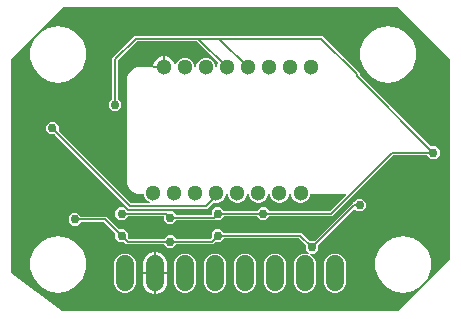
<source format=gbr>
G04 EAGLE Gerber RS-274X export*
G75*
%MOMM*%
%FSLAX34Y34*%
%LPD*%
%INBottom Copper*%
%IPPOS*%
%AMOC8*
5,1,8,0,0,1.08239X$1,22.5*%
G01*
G04 Define Apertures*
%ADD10C,1.524000*%
%ADD11C,1.300000*%
%ADD12C,0.756400*%
%ADD13C,0.152400*%
G36*
X274867Y87152D02*
X274988Y87234D01*
X319166Y131412D01*
X319250Y131539D01*
X319278Y131682D01*
X319278Y300118D01*
X319248Y300267D01*
X319166Y300388D01*
X274988Y344566D01*
X274861Y344650D01*
X274718Y344678D01*
X-8018Y344678D01*
X-8167Y344648D01*
X-8288Y344566D01*
X-52466Y300388D01*
X-52550Y300261D01*
X-52578Y300118D01*
X-52578Y119952D01*
X-52548Y119803D01*
X-52426Y119647D01*
X-9161Y87198D01*
X-9024Y87133D01*
X-8932Y87122D01*
X274718Y87122D01*
X274867Y87152D01*
G37*
%LPC*%
G36*
X-20904Y282260D02*
X-28118Y286425D01*
X-33473Y292807D01*
X-36322Y300635D01*
X-36322Y308965D01*
X-33473Y316793D01*
X-28118Y323175D01*
X-20904Y327340D01*
X-12700Y328786D01*
X-4496Y327340D01*
X2718Y323175D01*
X8073Y316793D01*
X10922Y308965D01*
X10922Y300635D01*
X8073Y292807D01*
X2718Y286425D01*
X-4496Y282260D01*
X-12700Y280814D01*
X-20904Y282260D01*
G37*
G36*
X258496Y282260D02*
X251282Y286425D01*
X245927Y292807D01*
X243078Y300635D01*
X243078Y308965D01*
X245927Y316793D01*
X251282Y323175D01*
X258496Y327340D01*
X266700Y328786D01*
X274904Y327340D01*
X282118Y323175D01*
X287473Y316793D01*
X290322Y308965D01*
X290322Y300635D01*
X287473Y292807D01*
X282118Y286425D01*
X274904Y282260D01*
X266700Y280814D01*
X258496Y282260D01*
G37*
G36*
X80052Y161194D02*
X76944Y164302D01*
X76944Y167233D01*
X76914Y167382D01*
X76828Y167507D01*
X76700Y167588D01*
X76563Y167614D01*
X46476Y167614D01*
X46327Y167584D01*
X46206Y167502D01*
X43298Y164594D01*
X38902Y164594D01*
X35794Y167702D01*
X35794Y172098D01*
X38902Y175206D01*
X43298Y175206D01*
X46206Y172298D01*
X46333Y172214D01*
X46476Y172186D01*
X79797Y172186D01*
X80065Y171918D01*
X80192Y171834D01*
X80335Y171806D01*
X84448Y171806D01*
X87356Y168898D01*
X87483Y168814D01*
X87626Y168786D01*
X116813Y168786D01*
X116962Y168816D01*
X117087Y168902D01*
X117168Y169030D01*
X117194Y169167D01*
X117194Y172098D01*
X120302Y175206D01*
X124698Y175206D01*
X127606Y172298D01*
X127733Y172214D01*
X127876Y172186D01*
X155524Y172186D01*
X155673Y172216D01*
X155794Y172298D01*
X158702Y175206D01*
X163098Y175206D01*
X166006Y172298D01*
X166133Y172214D01*
X166276Y172186D01*
X216895Y172186D01*
X217044Y172216D01*
X217165Y172298D01*
X230775Y185908D01*
X230859Y186034D01*
X230886Y186183D01*
X230854Y186331D01*
X230766Y186455D01*
X230637Y186535D01*
X230506Y186558D01*
X229207Y186559D01*
X227031Y186559D01*
X227025Y186560D01*
X200955Y186575D01*
X200807Y186545D01*
X200682Y186460D01*
X200600Y186332D01*
X200574Y186194D01*
X200574Y185404D01*
X199352Y182455D01*
X197095Y180198D01*
X194146Y178976D01*
X190954Y178976D01*
X188005Y180198D01*
X185748Y182455D01*
X184526Y185404D01*
X184526Y186204D01*
X184496Y186353D01*
X184410Y186478D01*
X184282Y186559D01*
X184145Y186585D01*
X183155Y186586D01*
X183007Y186556D01*
X182881Y186470D01*
X182800Y186342D01*
X182774Y186205D01*
X182774Y185404D01*
X181552Y182455D01*
X179295Y180198D01*
X176346Y178976D01*
X173154Y178976D01*
X170205Y180198D01*
X167948Y182455D01*
X166726Y185404D01*
X166726Y186214D01*
X166696Y186363D01*
X166610Y186488D01*
X166482Y186570D01*
X166345Y186595D01*
X165355Y186596D01*
X165207Y186566D01*
X165081Y186480D01*
X165000Y186353D01*
X164974Y186215D01*
X164974Y185404D01*
X163752Y182455D01*
X161495Y180198D01*
X158546Y178976D01*
X155354Y178976D01*
X152405Y180198D01*
X150148Y182455D01*
X148926Y185404D01*
X148926Y186225D01*
X148896Y186373D01*
X148810Y186498D01*
X148682Y186580D01*
X148545Y186606D01*
X147555Y186606D01*
X147407Y186576D01*
X147282Y186491D01*
X147200Y186363D01*
X147174Y186225D01*
X147174Y185404D01*
X145952Y182455D01*
X143695Y180198D01*
X140746Y178976D01*
X137554Y178976D01*
X134605Y180198D01*
X132348Y182455D01*
X131126Y185404D01*
X131126Y186235D01*
X131096Y186384D01*
X131010Y186509D01*
X130882Y186590D01*
X130745Y186616D01*
X129755Y186617D01*
X129607Y186586D01*
X129481Y186501D01*
X129400Y186373D01*
X129374Y186236D01*
X129374Y185404D01*
X128152Y182455D01*
X125895Y180198D01*
X122946Y178976D01*
X119754Y178976D01*
X119038Y179273D01*
X118889Y179302D01*
X118741Y179270D01*
X118623Y179190D01*
X113547Y174114D01*
X47353Y174114D01*
X-15315Y236782D01*
X-15442Y236866D01*
X-15585Y236894D01*
X-19698Y236894D01*
X-22806Y240002D01*
X-22806Y244398D01*
X-19698Y247506D01*
X-15302Y247506D01*
X-12194Y244398D01*
X-12194Y240285D01*
X-12164Y240136D01*
X-12082Y240015D01*
X49135Y178798D01*
X49262Y178714D01*
X49405Y178686D01*
X65139Y178686D01*
X65287Y178716D01*
X65412Y178802D01*
X65494Y178930D01*
X65519Y179079D01*
X65485Y179227D01*
X65395Y179349D01*
X65284Y179419D01*
X63405Y180198D01*
X61148Y182455D01*
X59926Y185404D01*
X59926Y186276D01*
X59896Y186425D01*
X59810Y186550D01*
X59682Y186632D01*
X59545Y186657D01*
X56480Y186659D01*
X54400Y186659D01*
X52462Y187463D01*
X52462Y187463D01*
X50526Y188265D01*
X49028Y189764D01*
X47562Y191231D01*
X46758Y193174D01*
X46758Y193174D01*
X45958Y195106D01*
X45959Y197200D01*
X45959Y281131D01*
X45958Y281137D01*
X45959Y283300D01*
X45959Y285400D01*
X46763Y287338D01*
X46763Y287338D01*
X47565Y289274D01*
X49064Y290772D01*
X50531Y292238D01*
X52474Y293042D01*
X52474Y293042D01*
X54406Y293842D01*
X56493Y293841D01*
X58669Y293841D01*
X58675Y293840D01*
X67429Y293835D01*
X67429Y293835D01*
X67429Y293238D01*
X77612Y293238D01*
X77612Y303040D01*
X78648Y303040D01*
X81971Y301664D01*
X84514Y299121D01*
X85890Y295798D01*
X85890Y295735D01*
X85920Y295586D01*
X86006Y295461D01*
X86134Y295379D01*
X86283Y295354D01*
X86431Y295389D01*
X86553Y295478D01*
X86623Y295589D01*
X87848Y298545D01*
X90105Y300802D01*
X93054Y302024D01*
X96246Y302024D01*
X99195Y300802D01*
X101452Y298545D01*
X102674Y295596D01*
X102674Y294195D01*
X102704Y294046D01*
X102790Y293921D01*
X102918Y293840D01*
X103055Y293814D01*
X104045Y293813D01*
X104193Y293844D01*
X104319Y293929D01*
X104400Y294057D01*
X104426Y294194D01*
X104426Y295596D01*
X105648Y298545D01*
X107905Y300802D01*
X110854Y302024D01*
X114046Y302024D01*
X116995Y300802D01*
X119252Y298545D01*
X120474Y295596D01*
X120474Y294185D01*
X120504Y294036D01*
X120590Y293911D01*
X120718Y293829D01*
X120855Y293804D01*
X121845Y293803D01*
X121993Y293833D01*
X122119Y293919D01*
X122200Y294047D01*
X122226Y294184D01*
X122226Y295596D01*
X123064Y297620D01*
X123093Y297769D01*
X123062Y297917D01*
X122982Y298035D01*
X105315Y315702D01*
X105188Y315786D01*
X105045Y315814D01*
X54305Y315814D01*
X54156Y315784D01*
X54035Y315702D01*
X37998Y299665D01*
X37914Y299538D01*
X37886Y299395D01*
X37886Y267576D01*
X37916Y267427D01*
X37998Y267306D01*
X40906Y264398D01*
X40906Y260002D01*
X37798Y256894D01*
X33402Y256894D01*
X30294Y260002D01*
X30294Y264398D01*
X33202Y267306D01*
X33286Y267433D01*
X33314Y267576D01*
X33314Y301447D01*
X52253Y320386D01*
X211236Y320386D01*
X242791Y288831D01*
X242791Y287200D01*
X242821Y287051D01*
X242902Y286931D01*
X302915Y226918D01*
X303042Y226834D01*
X303185Y226806D01*
X307298Y226806D01*
X310406Y223698D01*
X310406Y219302D01*
X307298Y216194D01*
X302902Y216194D01*
X299994Y219102D01*
X299867Y219186D01*
X299724Y219214D01*
X270705Y219214D01*
X270556Y219184D01*
X270435Y219102D01*
X218947Y167614D01*
X166276Y167614D01*
X166127Y167584D01*
X166006Y167502D01*
X163098Y164594D01*
X158702Y164594D01*
X155794Y167502D01*
X155667Y167586D01*
X155524Y167614D01*
X127876Y167614D01*
X127727Y167584D01*
X127606Y167502D01*
X124698Y164594D01*
X120585Y164594D01*
X120436Y164564D01*
X120315Y164482D01*
X120047Y164214D01*
X87626Y164214D01*
X87477Y164184D01*
X87356Y164102D01*
X84448Y161194D01*
X80052Y161194D01*
G37*
G36*
X67810Y294762D02*
X67810Y295798D01*
X69186Y299121D01*
X71729Y301664D01*
X75052Y303040D01*
X76088Y303040D01*
X76088Y294762D01*
X67810Y294762D01*
G37*
G36*
X200096Y136101D02*
X196994Y139202D01*
X196994Y143315D01*
X196964Y143464D01*
X196882Y143585D01*
X191665Y148802D01*
X191538Y148886D01*
X191395Y148914D01*
X127876Y148914D01*
X127727Y148884D01*
X127606Y148802D01*
X124698Y145894D01*
X120585Y145894D01*
X120436Y145864D01*
X120315Y145782D01*
X118471Y143938D01*
X87626Y143938D01*
X87477Y143908D01*
X87356Y143826D01*
X84448Y140918D01*
X80052Y140918D01*
X77144Y143826D01*
X77017Y143910D01*
X76874Y143938D01*
X45129Y143938D01*
X43285Y145782D01*
X43158Y145866D01*
X43015Y145894D01*
X38902Y145894D01*
X35794Y149002D01*
X35794Y153115D01*
X35764Y153264D01*
X35682Y153385D01*
X26465Y162602D01*
X26338Y162686D01*
X26195Y162714D01*
X6876Y162714D01*
X6727Y162684D01*
X6606Y162602D01*
X3698Y159694D01*
X-698Y159694D01*
X-3806Y162802D01*
X-3806Y167198D01*
X-698Y170306D01*
X3698Y170306D01*
X6606Y167398D01*
X6733Y167314D01*
X6876Y167286D01*
X28247Y167286D01*
X38915Y156618D01*
X39042Y156534D01*
X39185Y156506D01*
X43298Y156506D01*
X46406Y153398D01*
X46406Y149285D01*
X46436Y149136D01*
X46518Y149015D01*
X46911Y148622D01*
X47038Y148538D01*
X47181Y148510D01*
X76874Y148510D01*
X77023Y148540D01*
X77144Y148622D01*
X80052Y151530D01*
X84448Y151530D01*
X87356Y148622D01*
X87483Y148538D01*
X87626Y148510D01*
X116419Y148510D01*
X116568Y148540D01*
X116689Y148622D01*
X117082Y149015D01*
X117166Y149142D01*
X117194Y149285D01*
X117194Y153398D01*
X120302Y156506D01*
X124698Y156506D01*
X127606Y153598D01*
X127733Y153514D01*
X127876Y153486D01*
X193447Y153486D01*
X200115Y146818D01*
X200242Y146734D01*
X200385Y146706D01*
X204215Y146706D01*
X204364Y146736D01*
X204485Y146818D01*
X236953Y179286D01*
X237224Y179286D01*
X237373Y179316D01*
X237494Y179398D01*
X240402Y182306D01*
X244798Y182306D01*
X247906Y179198D01*
X247906Y174802D01*
X244798Y171694D01*
X240402Y171694D01*
X238384Y173712D01*
X238258Y173796D01*
X238109Y173824D01*
X237960Y173791D01*
X237845Y173712D01*
X207718Y143585D01*
X207634Y143458D01*
X207606Y143315D01*
X207606Y139202D01*
X204498Y136094D01*
X200112Y136094D01*
X200102Y136092D01*
X200096Y136101D01*
G37*
G36*
X-20904Y104460D02*
X-28118Y108625D01*
X-33473Y115007D01*
X-36322Y122835D01*
X-36322Y131165D01*
X-33473Y138993D01*
X-28118Y145375D01*
X-20904Y149540D01*
X-12700Y150986D01*
X-4496Y149540D01*
X2718Y145375D01*
X8073Y138993D01*
X10922Y131165D01*
X10922Y122835D01*
X8073Y115007D01*
X2718Y108625D01*
X-4496Y104460D01*
X-12700Y103014D01*
X-20904Y104460D01*
G37*
G36*
X271196Y104460D02*
X263982Y108625D01*
X258627Y115007D01*
X255778Y122835D01*
X255778Y131165D01*
X258627Y138993D01*
X263982Y145375D01*
X271196Y149540D01*
X279400Y150986D01*
X287604Y149540D01*
X294818Y145375D01*
X300173Y138993D01*
X303022Y131165D01*
X303022Y122835D01*
X300173Y115007D01*
X294818Y108625D01*
X287604Y104460D01*
X279400Y103014D01*
X271196Y104460D01*
G37*
G36*
X59140Y120124D02*
X59140Y129003D01*
X60687Y132737D01*
X63545Y135595D01*
X67279Y137142D01*
X68538Y137142D01*
X68538Y120124D01*
X59140Y120124D01*
G37*
G36*
X70062Y120124D02*
X70062Y137142D01*
X71321Y137142D01*
X75055Y135595D01*
X77913Y132737D01*
X79460Y129003D01*
X79460Y120124D01*
X70062Y120124D01*
G37*
G36*
X219881Y102598D02*
X216520Y103990D01*
X213948Y106562D01*
X212556Y109923D01*
X212556Y128801D01*
X213948Y132162D01*
X216520Y134734D01*
X219881Y136126D01*
X223519Y136126D01*
X226880Y134734D01*
X229452Y132162D01*
X230844Y128801D01*
X230844Y109923D01*
X229452Y106562D01*
X226880Y103990D01*
X223519Y102598D01*
X219881Y102598D01*
G37*
G36*
X194481Y102598D02*
X191120Y103990D01*
X188548Y106562D01*
X187156Y109923D01*
X187156Y128801D01*
X188548Y132162D01*
X191120Y134734D01*
X194481Y136126D01*
X198119Y136126D01*
X199680Y135479D01*
X199829Y135450D01*
X199840Y135452D01*
X199855Y135431D01*
X199966Y135361D01*
X201480Y134734D01*
X204052Y132162D01*
X205444Y128801D01*
X205444Y109923D01*
X204052Y106562D01*
X201480Y103990D01*
X198119Y102598D01*
X194481Y102598D01*
G37*
G36*
X169081Y102598D02*
X165720Y103990D01*
X163148Y106562D01*
X161756Y109923D01*
X161756Y128801D01*
X163148Y132162D01*
X165720Y134734D01*
X169081Y136126D01*
X172719Y136126D01*
X176080Y134734D01*
X178652Y132162D01*
X180044Y128801D01*
X180044Y109923D01*
X178652Y106562D01*
X176080Y103990D01*
X172719Y102598D01*
X169081Y102598D01*
G37*
G36*
X143681Y102598D02*
X140320Y103990D01*
X137748Y106562D01*
X136356Y109923D01*
X136356Y128801D01*
X137748Y132162D01*
X140320Y134734D01*
X143681Y136126D01*
X147319Y136126D01*
X150680Y134734D01*
X153252Y132162D01*
X154644Y128801D01*
X154644Y109923D01*
X153252Y106562D01*
X150680Y103990D01*
X147319Y102598D01*
X143681Y102598D01*
G37*
G36*
X118281Y102598D02*
X114920Y103990D01*
X112348Y106562D01*
X110956Y109923D01*
X110956Y128801D01*
X112348Y132162D01*
X114920Y134734D01*
X118281Y136126D01*
X121919Y136126D01*
X125280Y134734D01*
X127852Y132162D01*
X129244Y128801D01*
X129244Y109923D01*
X127852Y106562D01*
X125280Y103990D01*
X121919Y102598D01*
X118281Y102598D01*
G37*
G36*
X92881Y102598D02*
X89520Y103990D01*
X86948Y106562D01*
X85556Y109923D01*
X85556Y128801D01*
X86948Y132162D01*
X89520Y134734D01*
X92881Y136126D01*
X96519Y136126D01*
X99880Y134734D01*
X102452Y132162D01*
X103844Y128801D01*
X103844Y109923D01*
X102452Y106562D01*
X99880Y103990D01*
X96519Y102598D01*
X92881Y102598D01*
G37*
G36*
X42081Y102598D02*
X38720Y103990D01*
X36148Y106562D01*
X34756Y109923D01*
X34756Y128801D01*
X36148Y132162D01*
X38720Y134734D01*
X42081Y136126D01*
X45719Y136126D01*
X49080Y134734D01*
X51652Y132162D01*
X53044Y128801D01*
X53044Y109923D01*
X51652Y106562D01*
X49080Y103990D01*
X45719Y102598D01*
X42081Y102598D01*
G37*
G36*
X70062Y101582D02*
X70062Y118600D01*
X79460Y118600D01*
X79460Y109721D01*
X77913Y105987D01*
X75055Y103129D01*
X71321Y101582D01*
X70062Y101582D01*
G37*
G36*
X67279Y101582D02*
X63545Y103129D01*
X60687Y105987D01*
X59140Y109721D01*
X59140Y118600D01*
X68538Y118600D01*
X68538Y101582D01*
X67279Y101582D01*
G37*
%LPD*%
D10*
X221700Y126982D02*
X221700Y111742D01*
X196300Y111742D02*
X196300Y126982D01*
X170900Y126982D02*
X170900Y111742D01*
X145500Y111742D02*
X145500Y126982D01*
X120100Y126982D02*
X120100Y111742D01*
X94700Y111742D02*
X94700Y126982D01*
X69300Y126982D02*
X69300Y111742D01*
X43900Y111742D02*
X43900Y126982D01*
D11*
X201450Y294000D03*
X183650Y294000D03*
X165850Y294000D03*
X148050Y294000D03*
X130250Y294000D03*
X112450Y294000D03*
X94650Y294000D03*
X76850Y294000D03*
X67950Y187000D03*
X85750Y187000D03*
X103550Y187000D03*
X121350Y187000D03*
X139150Y187000D03*
X156950Y187000D03*
X174750Y187000D03*
X192550Y187000D03*
D12*
X82250Y166500D03*
X41100Y169900D03*
X122500Y169900D03*
X160900Y169900D03*
D13*
X78850Y169900D02*
X41100Y169900D01*
X78850Y169900D02*
X82250Y166500D01*
X119100Y166500D01*
X122500Y169900D01*
X160900Y169900D01*
D12*
X35600Y262200D03*
D13*
X35600Y300500D01*
X53200Y318100D01*
X105600Y318100D01*
X123950Y318100D02*
X148050Y294000D01*
D12*
X305100Y221500D03*
D13*
X123950Y318100D02*
X106150Y318100D01*
X160900Y169900D02*
X218000Y169900D01*
X269600Y221500D01*
X305100Y221500D01*
X240505Y286095D01*
X210289Y318100D02*
X123950Y318100D01*
X210289Y318100D02*
X240505Y287884D01*
X240505Y286095D01*
X130250Y294000D02*
X106150Y318100D01*
X105600Y318100D01*
D12*
X82250Y146224D03*
X41100Y151200D03*
X122500Y151200D03*
X202300Y141400D03*
D13*
X46076Y146224D02*
X41100Y151200D01*
X46076Y146224D02*
X82250Y146224D01*
X117524Y146224D01*
X122500Y151200D01*
X192500Y151200D01*
X202300Y141400D01*
D12*
X1500Y165000D03*
D13*
X27300Y165000D01*
X41100Y151200D01*
D12*
X242600Y177000D03*
D13*
X237900Y177000D02*
X202300Y141400D01*
X237900Y177000D02*
X242600Y177000D01*
D12*
X152400Y339900D03*
X178200Y340100D03*
X279700Y269300D03*
X82250Y156362D03*
X-17500Y242200D03*
D13*
X121350Y187000D02*
X121350Y185150D01*
X112600Y176400D01*
X48300Y176400D01*
X-17500Y242200D01*
M02*

</source>
